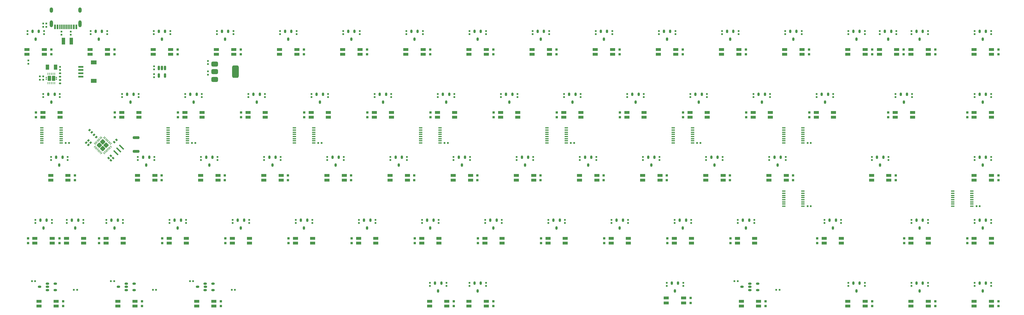
<source format=gbr>
%TF.GenerationSoftware,KiCad,Pcbnew,8.0.6*%
%TF.CreationDate,2024-11-15T04:32:27+07:00*%
%TF.ProjectId,Heart HE 65,48656172-7420-4484-9520-36352e6b6963,rev?*%
%TF.SameCoordinates,Original*%
%TF.FileFunction,Paste,Bot*%
%TF.FilePolarity,Positive*%
%FSLAX46Y46*%
G04 Gerber Fmt 4.6, Leading zero omitted, Abs format (unit mm)*
G04 Created by KiCad (PCBNEW 8.0.6) date 2024-11-15 04:32:27*
%MOMM*%
%LPD*%
G01*
G04 APERTURE LIST*
G04 Aperture macros list*
%AMRoundRect*
0 Rectangle with rounded corners*
0 $1 Rounding radius*
0 $2 $3 $4 $5 $6 $7 $8 $9 X,Y pos of 4 corners*
0 Add a 4 corners polygon primitive as box body*
4,1,4,$2,$3,$4,$5,$6,$7,$8,$9,$2,$3,0*
0 Add four circle primitives for the rounded corners*
1,1,$1+$1,$2,$3*
1,1,$1+$1,$4,$5*
1,1,$1+$1,$6,$7*
1,1,$1+$1,$8,$9*
0 Add four rect primitives between the rounded corners*
20,1,$1+$1,$2,$3,$4,$5,0*
20,1,$1+$1,$4,$5,$6,$7,0*
20,1,$1+$1,$6,$7,$8,$9,0*
20,1,$1+$1,$8,$9,$2,$3,0*%
%AMRotRect*
0 Rectangle, with rotation*
0 The origin of the aperture is its center*
0 $1 length*
0 $2 width*
0 $3 Rotation angle, in degrees counterclockwise*
0 Add horizontal line*
21,1,$1,$2,0,0,$3*%
G04 Aperture macros list end*
%ADD10R,0.750000X0.800000*%
%ADD11R,0.620000X0.560000*%
%ADD12RoundRect,0.082000X0.718000X-0.328000X0.718000X0.328000X-0.718000X0.328000X-0.718000X-0.328000X0*%
%ADD13RoundRect,0.082000X-0.718000X0.328000X-0.718000X-0.328000X0.718000X-0.328000X0.718000X0.328000X0*%
%ADD14RoundRect,0.200000X-0.800000X0.200000X-0.800000X-0.200000X0.800000X-0.200000X0.800000X0.200000X0*%
%ADD15RotRect,0.560000X0.620000X225.000000*%
%ADD16RoundRect,0.150000X-0.150000X0.350000X-0.150000X-0.350000X0.150000X-0.350000X0.150000X0.350000X0*%
%ADD17R,1.000000X0.400000*%
%ADD18RoundRect,0.375000X-0.625000X-0.375000X0.625000X-0.375000X0.625000X0.375000X-0.625000X0.375000X0*%
%ADD19RoundRect,0.500000X-0.500000X-1.400000X0.500000X-1.400000X0.500000X1.400000X-0.500000X1.400000X0*%
%ADD20R,0.560000X0.620000*%
%ADD21RotRect,0.400000X1.900000X225.000000*%
%ADD22RoundRect,0.150000X0.350000X0.150000X-0.350000X0.150000X-0.350000X-0.150000X0.350000X-0.150000X0*%
%ADD23RoundRect,0.050000X0.247487X0.176777X0.176777X0.247487X-0.247487X-0.176777X-0.176777X-0.247487X0*%
%ADD24RoundRect,0.050000X0.247487X-0.176777X-0.176777X0.247487X-0.247487X0.176777X0.176777X-0.247487X0*%
%ADD25RoundRect,0.250000X0.537401X0.000000X0.000000X0.537401X-0.537401X0.000000X0.000000X-0.537401X0*%
%ADD26RotRect,0.560000X0.620000X315.000000*%
%ADD27RoundRect,0.060000X-0.060000X0.240000X-0.060000X-0.240000X0.060000X-0.240000X0.060000X0.240000X0*%
%ADD28RoundRect,0.025000X-0.145000X0.100000X-0.145000X-0.100000X0.145000X-0.100000X0.145000X0.100000X0*%
%ADD29RoundRect,0.106000X-0.424000X0.644000X-0.424000X-0.644000X0.424000X-0.644000X0.424000X0.644000X0*%
%ADD30R,1.550000X0.600000*%
%ADD31R,1.800000X1.200000*%
%ADD32RotRect,0.560000X0.620000X135.000000*%
%ADD33R,1.000000X1.500000*%
%ADD34O,1.000000X2.100000*%
%ADD35O,1.000000X1.600000*%
%ADD36R,0.600000X1.450000*%
%ADD37R,0.300000X1.450000*%
%ADD38RoundRect,0.150000X-0.150000X0.512500X-0.150000X-0.512500X0.150000X-0.512500X0.150000X0.512500X0*%
%ADD39RoundRect,0.135000X-0.185000X0.135000X-0.185000X-0.135000X0.185000X-0.135000X0.185000X0.135000X0*%
%ADD40RoundRect,0.140000X0.170000X-0.140000X0.170000X0.140000X-0.170000X0.140000X-0.170000X-0.140000X0*%
%ADD41R,1.140000X2.030000*%
G04 APERTURE END LIST*
D10*
%TO.C,C242*%
X309449999Y-99530000D03*
X309449999Y-101030000D03*
%TD*%
%TO.C,C241*%
X290399999Y-99530000D03*
X290399999Y-101030000D03*
%TD*%
%TO.C,C240*%
X271349999Y-99530000D03*
X271349999Y-101030000D03*
%TD*%
%TO.C,C239*%
X239203124Y-99530000D03*
X239203124Y-101030000D03*
%TD*%
%TO.C,C238*%
X216581249Y-98530000D03*
X216581249Y-100030000D03*
%TD*%
%TO.C,C237*%
X157049999Y-99530000D03*
X157049999Y-101030000D03*
%TD*%
%TO.C,C236*%
X145143749Y-99530000D03*
X145143749Y-101030000D03*
%TD*%
%TO.C,C235*%
X74896874Y-99530000D03*
X74896874Y-101030000D03*
%TD*%
%TO.C,C234*%
X51084374Y-99530000D03*
X51084374Y-101030000D03*
%TD*%
%TO.C,C233*%
X27271874Y-99530000D03*
X27271874Y-101030000D03*
%TD*%
%TO.C,C231*%
X300050001Y-81979999D03*
X300050001Y-80479999D03*
%TD*%
%TO.C,C232*%
X281000001Y-81979999D03*
X281000001Y-80479999D03*
%TD*%
%TO.C,C230*%
X254806251Y-81979999D03*
X254806251Y-80479999D03*
%TD*%
%TO.C,C229*%
X309449999Y-61430000D03*
X309449999Y-62930000D03*
%TD*%
%TO.C,C228*%
X228612501Y-81979999D03*
X228612501Y-80479999D03*
%TD*%
%TO.C,C227*%
X278493749Y-61430000D03*
X278493749Y-62930000D03*
%TD*%
%TO.C,C226*%
X209562501Y-81979999D03*
X209562501Y-80479999D03*
%TD*%
%TO.C,C225*%
X247537499Y-61430000D03*
X247537499Y-62930000D03*
%TD*%
%TO.C,C224*%
X190512501Y-81979999D03*
X190512501Y-80479999D03*
%TD*%
%TO.C,C223*%
X228487499Y-61430000D03*
X228487499Y-62930000D03*
%TD*%
%TO.C,C222*%
X171462501Y-81979999D03*
X171462501Y-80479999D03*
%TD*%
%TO.C,C221*%
X209437499Y-61430000D03*
X209437499Y-62930000D03*
%TD*%
%TO.C,C220*%
X152412501Y-81979999D03*
X152412501Y-80479999D03*
%TD*%
%TO.C,C219*%
X190387499Y-61430000D03*
X190387499Y-62930000D03*
%TD*%
%TO.C,C218*%
X133362501Y-81979999D03*
X133362501Y-80479999D03*
%TD*%
%TO.C,C217*%
X171337499Y-61430000D03*
X171337499Y-62930000D03*
%TD*%
%TO.C,C216*%
X114312501Y-81979999D03*
X114312501Y-80479999D03*
%TD*%
%TO.C,C215*%
X152287499Y-61430000D03*
X152287499Y-62930000D03*
%TD*%
%TO.C,C214*%
X95262501Y-81979999D03*
X95262501Y-80479999D03*
%TD*%
%TO.C,C213*%
X133237499Y-61430000D03*
X133237499Y-62930000D03*
%TD*%
%TO.C,C212*%
X76212501Y-81979999D03*
X76212501Y-80479999D03*
%TD*%
%TO.C,C211*%
X114187499Y-61430000D03*
X114187499Y-62930000D03*
%TD*%
%TO.C,C210*%
X57162501Y-81979999D03*
X57162501Y-80479999D03*
%TD*%
%TO.C,C209*%
X95137499Y-61430000D03*
X95137499Y-62930000D03*
%TD*%
%TO.C,C208*%
X38112501Y-81979999D03*
X38112501Y-80479999D03*
%TD*%
%TO.C,C207*%
X76087499Y-61430000D03*
X76087499Y-62930000D03*
%TD*%
%TO.C,C206*%
X26206251Y-81979999D03*
X26206251Y-80479999D03*
%TD*%
%TO.C,C205*%
X57037499Y-61430000D03*
X57037499Y-62930000D03*
%TD*%
%TO.C,C204*%
X16681251Y-81979999D03*
X16681251Y-80479999D03*
%TD*%
%TO.C,C203*%
X30843749Y-61430000D03*
X30843749Y-62930000D03*
%TD*%
%TO.C,C202*%
X300050001Y-43879999D03*
X300050001Y-42379999D03*
%TD*%
%TO.C,C201*%
X276237501Y-43879999D03*
X276237501Y-42379999D03*
%TD*%
%TO.C,C200*%
X252425001Y-43879999D03*
X252425001Y-42379999D03*
%TD*%
%TO.C,C199*%
X233375001Y-43879999D03*
X233375001Y-42379999D03*
%TD*%
%TO.C,C198*%
X214325001Y-43879999D03*
X214325001Y-42379999D03*
%TD*%
%TO.C,C197*%
X195275001Y-43879999D03*
X195275001Y-42379999D03*
%TD*%
%TO.C,C196*%
X176225001Y-43879999D03*
X176225001Y-42379999D03*
%TD*%
%TO.C,C195*%
X157175001Y-43879999D03*
X157175001Y-42379999D03*
%TD*%
%TO.C,C194*%
X138125001Y-43879999D03*
X138125001Y-42379999D03*
%TD*%
%TO.C,C193*%
X119075001Y-43879999D03*
X119075001Y-42379999D03*
%TD*%
%TO.C,C192*%
X100025001Y-43879999D03*
X100025001Y-42379999D03*
%TD*%
%TO.C,C191*%
X80975001Y-43879999D03*
X80975001Y-42379999D03*
%TD*%
%TO.C,C190*%
X61925001Y-43879999D03*
X61925001Y-42379999D03*
%TD*%
%TO.C,C189*%
X42875001Y-43879999D03*
X42875001Y-42379999D03*
%TD*%
%TO.C,C188*%
X19062501Y-43879999D03*
X19062501Y-42379999D03*
%TD*%
%TO.C,C187*%
X309449999Y-23330000D03*
X309449999Y-24830000D03*
%TD*%
%TO.C,C186*%
X290399999Y-24830000D03*
X290399999Y-23330000D03*
%TD*%
%TO.C,C183*%
X280874999Y-23330000D03*
X280874999Y-24830000D03*
%TD*%
%TO.C,C182*%
X271349999Y-23330000D03*
X271349999Y-24830000D03*
%TD*%
%TO.C,C181*%
X252299999Y-23330000D03*
X252299999Y-24830000D03*
%TD*%
%TO.C,C180*%
X233249999Y-23330000D03*
X233249999Y-24830000D03*
%TD*%
%TO.C,C179*%
X214199999Y-23330000D03*
X214199999Y-24830000D03*
%TD*%
%TO.C,C167*%
X195149999Y-23330000D03*
X195149999Y-24830000D03*
%TD*%
%TO.C,C166*%
X176099999Y-23330000D03*
X176099999Y-24830000D03*
%TD*%
%TO.C,C162*%
X157049999Y-23330000D03*
X157049999Y-24830000D03*
%TD*%
%TO.C,C150*%
X137999999Y-23330000D03*
X137999999Y-24830000D03*
%TD*%
%TO.C,C110*%
X118949999Y-23330000D03*
X118949999Y-24830000D03*
%TD*%
%TO.C,C103*%
X99899999Y-23330000D03*
X99899999Y-24830000D03*
%TD*%
D11*
%TO.C,R4*%
X16762500Y-26690000D03*
X16762500Y-27650000D03*
%TD*%
D10*
%TO.C,C104*%
X23699999Y-24830000D03*
X23699999Y-23330000D03*
%TD*%
%TO.C,C98*%
X80849999Y-23330000D03*
X80849999Y-24830000D03*
%TD*%
%TO.C,C62*%
X61799999Y-23330000D03*
X61799999Y-24830000D03*
%TD*%
%TO.C,C50*%
X42749999Y-24830000D03*
X42749999Y-23330000D03*
%TD*%
D12*
%TO.C,RGB1_A45*%
X283100000Y-99530000D03*
X283100000Y-101030000D03*
X288300000Y-99530000D03*
X288300000Y-101030000D03*
%TD*%
%TO.C,RGB1_A44*%
X264050000Y-99530000D03*
X264050000Y-101030000D03*
X269250000Y-99530000D03*
X269250000Y-101030000D03*
%TD*%
%TO.C,RGB1_A43*%
X302150000Y-99530000D03*
X302150000Y-101030000D03*
X307350000Y-99530000D03*
X307350000Y-101030000D03*
%TD*%
%TO.C,RGB1_A42*%
X231903125Y-99530000D03*
X231903125Y-101030000D03*
X237103125Y-99530000D03*
X237103125Y-101030000D03*
%TD*%
%TO.C,RGB1_A40*%
X214481251Y-100029999D03*
X214481249Y-98529999D03*
X209281250Y-100030000D03*
X209281250Y-98530000D03*
%TD*%
%TO.C,RGB1_A38*%
X149750000Y-99530000D03*
X149750000Y-101030000D03*
X154950000Y-99530000D03*
X154950000Y-101030000D03*
%TD*%
%TO.C,RGB1_A36*%
X137843750Y-99530000D03*
X137843750Y-101030000D03*
X143043750Y-99530000D03*
X143043750Y-101030000D03*
%TD*%
%TO.C,RGB1_A34*%
X67596875Y-99530000D03*
X67596875Y-101030000D03*
X72796875Y-99530000D03*
X72796875Y-101030000D03*
%TD*%
%TO.C,RGB1_A21*%
X43784375Y-99530000D03*
X43784375Y-101030000D03*
X48984375Y-99530000D03*
X48984375Y-101030000D03*
%TD*%
%TO.C,RGB1_A19*%
X25171875Y-101030000D03*
X25171875Y-99530000D03*
X19971875Y-101030000D03*
X19971875Y-99530000D03*
%TD*%
D13*
%TO.C,RGB1_B31*%
X307350000Y-81979999D03*
X307350000Y-80479999D03*
X302150000Y-81979999D03*
X302150000Y-80479999D03*
%TD*%
%TO.C,RGB1_B30*%
X140662500Y-81979999D03*
X140662500Y-80479999D03*
X135462500Y-81979999D03*
X135462500Y-80479999D03*
%TD*%
%TO.C,RGB1_B29*%
X159712500Y-81979999D03*
X159712500Y-80479999D03*
X154512500Y-81979999D03*
X154512500Y-80479999D03*
%TD*%
%TO.C,RGB1_B28*%
X121612500Y-81979999D03*
X121612500Y-80479999D03*
X116412500Y-81979999D03*
X116412500Y-80479999D03*
%TD*%
%TO.C,RGB1_B27*%
X178762500Y-81979999D03*
X178762500Y-80479999D03*
X173562500Y-81979999D03*
X173562500Y-80479999D03*
%TD*%
%TO.C,RGB1_B26*%
X102562500Y-81979999D03*
X102562500Y-80479999D03*
X97362500Y-81979999D03*
X97362500Y-80479999D03*
%TD*%
%TO.C,RGB1_B25*%
X197812500Y-81979999D03*
X197812500Y-80479999D03*
X192612500Y-81979999D03*
X192612500Y-80479999D03*
%TD*%
%TO.C,RGB1_B24*%
X83512500Y-81979999D03*
X83512500Y-80479999D03*
X78312500Y-81979999D03*
X78312500Y-80479999D03*
%TD*%
%TO.C,RGB1_B23*%
X216862500Y-81979999D03*
X216862500Y-80479999D03*
X211662500Y-81979999D03*
X211662500Y-80479999D03*
%TD*%
%TO.C,RGB1_B22*%
X64462500Y-81979999D03*
X64462500Y-80479999D03*
X59262500Y-81979999D03*
X59262500Y-80479999D03*
%TD*%
%TO.C,RGB1_B21*%
X235912500Y-81979999D03*
X235912500Y-80479999D03*
X230712500Y-81979999D03*
X230712500Y-80479999D03*
%TD*%
%TO.C,RGB1_B20*%
X45412500Y-81979999D03*
X45412500Y-80479999D03*
X40212500Y-81979999D03*
X40212500Y-80479999D03*
%TD*%
%TO.C,RGB1_B19*%
X262106250Y-81979999D03*
X262106250Y-80479999D03*
X256906250Y-81979999D03*
X256906250Y-80479999D03*
%TD*%
%TO.C,RGB1_B18*%
X33506250Y-81979999D03*
X33506250Y-80479999D03*
X28306250Y-81979999D03*
X28306250Y-80479999D03*
%TD*%
%TO.C,RGB1_B17*%
X288300000Y-81979999D03*
X288300000Y-80479999D03*
X283100000Y-81979999D03*
X283100000Y-80479999D03*
%TD*%
%TO.C,RGB1_B16*%
X23981250Y-81979999D03*
X23981250Y-80479999D03*
X18781250Y-81979999D03*
X18781250Y-80479999D03*
%TD*%
D12*
%TO.C,RGB1_A33*%
X183087500Y-61430000D03*
X183087500Y-62930000D03*
X188287500Y-61430000D03*
X188287500Y-62930000D03*
%TD*%
%TO.C,RGB1_A32*%
X164037500Y-61430000D03*
X164037500Y-62930000D03*
X169237500Y-61430000D03*
X169237500Y-62930000D03*
%TD*%
%TO.C,RGB1_A31*%
X202137500Y-61430000D03*
X202137500Y-62930000D03*
X207337500Y-61430000D03*
X207337500Y-62930000D03*
%TD*%
%TO.C,RGB1_A30*%
X144987500Y-61430000D03*
X144987500Y-62930000D03*
X150187500Y-61430000D03*
X150187500Y-62930000D03*
%TD*%
%TO.C,RGB1_A29*%
X221187500Y-61430000D03*
X221187500Y-62930000D03*
X226387500Y-61430000D03*
X226387500Y-62930000D03*
%TD*%
%TO.C,RGB1_A28*%
X125937500Y-61430000D03*
X125937500Y-62930000D03*
X131137500Y-61430000D03*
X131137500Y-62930000D03*
%TD*%
%TO.C,RGB1_A27*%
X240237500Y-61430000D03*
X240237500Y-62930000D03*
X245437500Y-61430000D03*
X245437500Y-62930000D03*
%TD*%
%TO.C,RGB1_A26*%
X106887500Y-61430000D03*
X106887500Y-62930000D03*
X112087500Y-61430000D03*
X112087500Y-62930000D03*
%TD*%
%TO.C,RGB1_A25*%
X271193750Y-61430000D03*
X271193750Y-62930000D03*
X276393750Y-61430000D03*
X276393750Y-62930000D03*
%TD*%
%TO.C,RGB1_A24*%
X87837500Y-61430000D03*
X87837500Y-62930000D03*
X93037500Y-61430000D03*
X93037500Y-62930000D03*
%TD*%
%TO.C,RGB1_A23*%
X302150000Y-61430000D03*
X302150000Y-62930000D03*
X307350000Y-61430000D03*
X307350000Y-62930000D03*
%TD*%
%TO.C,RGB1_A22*%
X68787500Y-61430000D03*
X68787500Y-62930000D03*
X73987500Y-61430000D03*
X73987500Y-62930000D03*
%TD*%
%TO.C,RGB1_A20*%
X49737500Y-61430000D03*
X49737500Y-62930000D03*
X54937500Y-61430000D03*
X54937500Y-62930000D03*
%TD*%
%TO.C,RGB1_A18*%
X23543750Y-61430000D03*
X23543750Y-62930000D03*
X28743750Y-61430000D03*
X28743750Y-62930000D03*
%TD*%
%TO.C,RGB1_A16*%
X16400000Y-23330000D03*
X16400000Y-24830000D03*
X21600000Y-23330000D03*
X21600000Y-24830000D03*
%TD*%
%TO.C,RGB1_A15*%
X283100000Y-23330000D03*
X283100000Y-24830000D03*
X288300000Y-23330000D03*
X288300000Y-24830000D03*
%TD*%
%TO.C,RGB1_A14*%
X273575000Y-23330000D03*
X273575000Y-24830000D03*
X278775000Y-23330000D03*
X278775000Y-24830000D03*
%TD*%
%TO.C,RGB1_A13*%
X264050000Y-23330000D03*
X264050000Y-24830000D03*
X269250000Y-23330000D03*
X269250000Y-24830000D03*
%TD*%
%TO.C,RGB1_A12*%
X245000000Y-23330000D03*
X245000000Y-24830000D03*
X250200000Y-23330000D03*
X250200000Y-24830000D03*
%TD*%
%TO.C,RGB1_A11*%
X225950000Y-23330000D03*
X225950000Y-24830000D03*
X231150000Y-23330000D03*
X231150000Y-24830000D03*
%TD*%
%TO.C,RGB1_A10*%
X206900000Y-23330000D03*
X206900000Y-24830000D03*
X212100000Y-23330000D03*
X212100000Y-24830000D03*
%TD*%
%TO.C,RGB1_A9*%
X187850000Y-23330000D03*
X187850000Y-24830000D03*
X193050000Y-23330000D03*
X193050000Y-24830000D03*
%TD*%
%TO.C,RGB1_A8*%
X168800000Y-23330000D03*
X168800000Y-24830000D03*
X174000000Y-23330000D03*
X174000000Y-24830000D03*
%TD*%
%TO.C,RGB1_A7*%
X149750000Y-23330000D03*
X149750000Y-24830000D03*
X154950000Y-23330000D03*
X154950000Y-24830000D03*
%TD*%
%TO.C,RGB1_A6*%
X130700000Y-23330000D03*
X130700000Y-24830000D03*
X135900000Y-23330000D03*
X135900000Y-24830000D03*
%TD*%
%TO.C,RGB1_A5*%
X111650000Y-23330000D03*
X111650000Y-24830000D03*
X116850000Y-23330000D03*
X116850000Y-24830000D03*
%TD*%
%TO.C,RGB1_A4*%
X92600000Y-23330000D03*
X92600000Y-24830000D03*
X97800000Y-23330000D03*
X97800000Y-24830000D03*
%TD*%
%TO.C,RGB1_A3*%
X73550000Y-23330000D03*
X73550000Y-24830000D03*
X78750000Y-23330000D03*
X78750000Y-24830000D03*
%TD*%
%TO.C,RGB1_A2*%
X54500000Y-23330000D03*
X54500000Y-24830000D03*
X59700000Y-23330000D03*
X59700000Y-24830000D03*
%TD*%
%TO.C,RGB1_A1*%
X35450000Y-23330000D03*
X35450000Y-24830000D03*
X40650000Y-23330000D03*
X40650000Y-24830000D03*
%TD*%
D13*
%TO.C,RGB1_B15*%
X21162500Y-42379999D03*
X21162500Y-43879999D03*
X26362500Y-42379999D03*
X26362500Y-43879999D03*
%TD*%
%TO.C,RGB1_B14*%
X44975000Y-42379999D03*
X44975000Y-43879999D03*
X50175000Y-42379999D03*
X50175000Y-43879999D03*
%TD*%
%TO.C,RGB1_B13*%
X64025000Y-42379999D03*
X64025000Y-43879999D03*
X69225000Y-42379999D03*
X69225000Y-43879999D03*
%TD*%
%TO.C,RGB1_B12*%
X83075000Y-42379999D03*
X83075000Y-43879999D03*
X88275000Y-42379999D03*
X88275000Y-43879999D03*
%TD*%
%TO.C,RGB1_B11*%
X102125000Y-42379999D03*
X102125000Y-43879999D03*
X107325000Y-42379999D03*
X107325000Y-43879999D03*
%TD*%
%TO.C,RGB1_B10*%
X121175000Y-42379999D03*
X121175000Y-43879999D03*
X126375000Y-42379999D03*
X126375000Y-43879999D03*
%TD*%
%TO.C,RGB1_B9*%
X140225000Y-42379999D03*
X140225000Y-43879999D03*
X145425000Y-42379999D03*
X145425000Y-43879999D03*
%TD*%
%TO.C,RGB1_B8*%
X159275000Y-42379999D03*
X159275000Y-43879999D03*
X164475000Y-42379999D03*
X164475000Y-43879999D03*
%TD*%
%TO.C,RGB1_B7*%
X178325000Y-42379999D03*
X178325000Y-43879999D03*
X183525000Y-42379999D03*
X183525000Y-43879999D03*
%TD*%
%TO.C,RGB1_B6*%
X197375000Y-42379999D03*
X197375000Y-43879999D03*
X202575000Y-42379999D03*
X202575000Y-43879999D03*
%TD*%
%TO.C,RGB1_B5*%
X216425000Y-42379999D03*
X216425000Y-43879999D03*
X221625000Y-42379999D03*
X221625000Y-43879999D03*
%TD*%
%TO.C,RGB1_B4*%
X235475000Y-42379999D03*
X235475000Y-43879999D03*
X240675000Y-42379999D03*
X240675000Y-43879999D03*
%TD*%
%TO.C,RGB1_B3*%
X254525000Y-42379999D03*
X254525000Y-43879999D03*
X259725000Y-42379999D03*
X259725000Y-43879999D03*
%TD*%
%TO.C,RGB1_B2*%
X278337500Y-42379999D03*
X278337500Y-43879999D03*
X283537500Y-42379999D03*
X283537500Y-43879999D03*
%TD*%
%TO.C,RGB1_B1*%
X302150000Y-42379999D03*
X302150000Y-43879999D03*
X307350000Y-42379999D03*
X307350000Y-43879999D03*
%TD*%
D11*
%TO.C,C33*%
X54600000Y-17770000D03*
X54600000Y-18730000D03*
%TD*%
%TO.C,C73*%
X178662500Y-74920000D03*
X178662500Y-75880000D03*
%TD*%
%TO.C,C160*%
X283200000Y-93970000D03*
X283200000Y-94930000D03*
%TD*%
D14*
%TO.C,SW1*%
X49300000Y-54200000D03*
X49300000Y-50000000D03*
%TD*%
D11*
%TO.C,C60*%
X169137500Y-55870000D03*
X169137500Y-56830000D03*
%TD*%
D15*
%TO.C,C13*%
X41022535Y-56212445D03*
X41701357Y-55533623D03*
%TD*%
D16*
%TO.C,U25*%
X62812500Y-74995000D03*
X61862500Y-77345000D03*
X60912500Y-74995000D03*
%TD*%
D11*
%TO.C,C22*%
X40550000Y-17770000D03*
X40550000Y-18730000D03*
%TD*%
D16*
%TO.C,U23*%
X67575000Y-36895000D03*
X66625000Y-39245000D03*
X65675000Y-36895000D03*
%TD*%
D17*
%TO.C,U56*%
X217162500Y-51635938D03*
X217162500Y-50985938D03*
X217162500Y-50335938D03*
X217162500Y-49685938D03*
X217162500Y-49035938D03*
X217162500Y-48385938D03*
X217162500Y-47735938D03*
X217162500Y-47085938D03*
X211362500Y-47085938D03*
X211362500Y-47735938D03*
X211362500Y-48385938D03*
X211362500Y-49035938D03*
X211362500Y-49685938D03*
X211362500Y-50335938D03*
X211362500Y-50985938D03*
X211362500Y-51635938D03*
%TD*%
D11*
%TO.C,C125*%
X145087500Y-55870000D03*
X145087500Y-56830000D03*
%TD*%
%TO.C,C23*%
X50075000Y-36820000D03*
X50075000Y-37780000D03*
%TD*%
D18*
%TO.C,U63*%
X73000000Y-27784344D03*
D19*
X79300000Y-30084344D03*
D18*
X73000000Y-30084344D03*
X73000000Y-32384344D03*
%TD*%
D11*
%TO.C,C18*%
X28643750Y-55870000D03*
X28643750Y-56830000D03*
%TD*%
%TO.C,C123*%
X183187500Y-55870000D03*
X183187500Y-56830000D03*
%TD*%
%TO.C,C17*%
X26262500Y-36820000D03*
X26262500Y-37780000D03*
%TD*%
D16*
%TO.C,U30*%
X91387500Y-55945000D03*
X90437500Y-58295000D03*
X89487500Y-55945000D03*
%TD*%
D11*
%TO.C,C105*%
X197475000Y-36820000D03*
X197475000Y-37780000D03*
%TD*%
%TO.C,C99*%
X140325000Y-36820000D03*
X140325000Y-37780000D03*
%TD*%
%TO.C,R3*%
X29550000Y-17924656D03*
X29550000Y-18884656D03*
%TD*%
%TO.C,C122*%
X68887500Y-55870000D03*
X68887500Y-56830000D03*
%TD*%
%TO.C,C71*%
X202475000Y-36820000D03*
X202475000Y-37780000D03*
%TD*%
D20*
%TO.C,C3*%
X302878750Y-70785938D03*
X303838750Y-70785938D03*
%TD*%
D21*
%TO.C,Y1*%
X43200423Y-54600242D03*
X44048951Y-53751714D03*
X44897479Y-52903186D03*
%TD*%
D16*
%TO.C,U66*%
X205687500Y-55945000D03*
X204737500Y-58295000D03*
X203787500Y-55945000D03*
%TD*%
D11*
%TO.C,C44*%
X111750000Y-17770000D03*
X111750000Y-18730000D03*
%TD*%
%TO.C,C19*%
X23881250Y-74920000D03*
X23881250Y-75880000D03*
%TD*%
D20*
%TO.C,C5*%
X142382500Y-51635938D03*
X143342500Y-51635938D03*
%TD*%
D16*
%TO.C,U75*%
X22331250Y-74995000D03*
X21381250Y-77345000D03*
X20431250Y-74995000D03*
%TD*%
D11*
%TO.C,C24*%
X54837500Y-55870000D03*
X54837500Y-56830000D03*
%TD*%
D16*
%TO.C,U72*%
X224737500Y-55945000D03*
X223787500Y-58295000D03*
X222837500Y-55945000D03*
%TD*%
D11*
%TO.C,C117*%
X21262500Y-36820000D03*
X21262500Y-37780000D03*
%TD*%
%TO.C,C30*%
X73887500Y-55870000D03*
X73887500Y-56830000D03*
%TD*%
D16*
%TO.C,U79*%
X234262500Y-74995000D03*
X233312500Y-77345000D03*
X232362500Y-74995000D03*
%TD*%
D11*
%TO.C,C128*%
X87937500Y-55870000D03*
X87937500Y-56830000D03*
%TD*%
%TO.C,C56*%
X273675000Y-17770000D03*
X273675000Y-18730000D03*
%TD*%
D17*
%TO.C,U45*%
X140962500Y-51635938D03*
X140962500Y-50985938D03*
X140962500Y-50335938D03*
X140962500Y-49685938D03*
X140962500Y-49035938D03*
X140962500Y-48385938D03*
X140962500Y-47735938D03*
X140962500Y-47085938D03*
X135162500Y-47085938D03*
X135162500Y-47735938D03*
X135162500Y-48385938D03*
X135162500Y-49035938D03*
X135162500Y-49685938D03*
X135162500Y-50335938D03*
X135162500Y-50985938D03*
X135162500Y-51635938D03*
%TD*%
D11*
%TO.C,C35*%
X88175000Y-36820000D03*
X88175000Y-37780000D03*
%TD*%
%TO.C,C36*%
X92937500Y-55870000D03*
X92937500Y-56830000D03*
%TD*%
D16*
%TO.C,U55*%
X158062500Y-74995000D03*
X157112500Y-77345000D03*
X156162500Y-74995000D03*
%TD*%
D11*
%TO.C,C58*%
X154850000Y-17770000D03*
X154850000Y-18730000D03*
%TD*%
D16*
%TO.C,U82*%
X248550000Y-17845000D03*
X247600000Y-20195000D03*
X246650000Y-17845000D03*
%TD*%
D11*
%TO.C,C173*%
X288200000Y-93970000D03*
X288200000Y-94930000D03*
%TD*%
D16*
%TO.C,U77*%
X239025000Y-36895000D03*
X238075000Y-39245000D03*
X237125000Y-36895000D03*
%TD*%
D11*
%TO.C,C75*%
X264150000Y-17770000D03*
X264150000Y-18730000D03*
%TD*%
D20*
%TO.C,C171*%
X78157500Y-96050000D03*
X79117500Y-96050000D03*
%TD*%
D11*
%TO.C,C129*%
X106987500Y-55870000D03*
X106987500Y-56830000D03*
%TD*%
D20*
%TO.C,C176*%
X242463750Y-96050000D03*
X243423750Y-96050000D03*
%TD*%
D11*
%TO.C,C127*%
X49837500Y-55870000D03*
X49837500Y-56830000D03*
%TD*%
D16*
%TO.C,U58*%
X172350000Y-17845000D03*
X171400000Y-20195000D03*
X170450000Y-17845000D03*
%TD*%
%TO.C,U31*%
X81862500Y-74995000D03*
X80912500Y-77345000D03*
X79962500Y-74995000D03*
%TD*%
%TO.C,U89*%
X281887500Y-36895000D03*
X280937500Y-39245000D03*
X279987500Y-36895000D03*
%TD*%
%TO.C,U92*%
X267600000Y-94045000D03*
X266650000Y-96395000D03*
X265700000Y-94045000D03*
%TD*%
%TO.C,U37*%
X100912500Y-74995000D03*
X99962500Y-77345000D03*
X99012500Y-74995000D03*
%TD*%
%TO.C,U18*%
X53287500Y-55945000D03*
X52337500Y-58295000D03*
X51387500Y-55945000D03*
%TD*%
D11*
%TO.C,C66*%
X188187500Y-55870000D03*
X188187500Y-56830000D03*
%TD*%
%TO.C,C141*%
X78412500Y-74920000D03*
X78412500Y-75880000D03*
%TD*%
D16*
%TO.C,U65*%
X200925000Y-36895000D03*
X199975000Y-39245000D03*
X199025000Y-36895000D03*
%TD*%
D11*
%TO.C,C72*%
X207237500Y-55870000D03*
X207237500Y-56830000D03*
%TD*%
%TO.C,C41*%
X107225000Y-36820000D03*
X107225000Y-37780000D03*
%TD*%
%TO.C,C95*%
X283437500Y-36820000D03*
X283437500Y-37780000D03*
%TD*%
D16*
%TO.C,U10*%
X19950000Y-17845000D03*
X19000000Y-20195000D03*
X18050000Y-17845000D03*
%TD*%
D11*
%TO.C,C34*%
X78650000Y-17770000D03*
X78650000Y-18730000D03*
%TD*%
D20*
%TO.C,C155*%
X104282500Y-51635938D03*
X105242500Y-51635938D03*
%TD*%
%TO.C,C151*%
X251920000Y-51635938D03*
X252880000Y-51635938D03*
%TD*%
D22*
%TO.C,U26*%
X70161250Y-96150000D03*
X67811250Y-95200000D03*
X70161250Y-94250000D03*
%TD*%
D16*
%TO.C,U12*%
X27093750Y-55945000D03*
X26143750Y-58295000D03*
X25193750Y-55945000D03*
%TD*%
D11*
%TO.C,C28*%
X59600000Y-17770000D03*
X59600000Y-18730000D03*
%TD*%
D16*
%TO.C,U83*%
X258075000Y-36895000D03*
X257125000Y-39245000D03*
X256175000Y-36895000D03*
%TD*%
D11*
%TO.C,C140*%
X154612500Y-74920000D03*
X154612500Y-75880000D03*
%TD*%
D16*
%TO.C,U101*%
X305700000Y-36895000D03*
X304750000Y-39245000D03*
X303800000Y-36895000D03*
%TD*%
%TO.C,U33*%
X31856250Y-74995000D03*
X30906250Y-77345000D03*
X29956250Y-74995000D03*
%TD*%
D11*
%TO.C,C96*%
X121275000Y-36820000D03*
X121275000Y-37780000D03*
%TD*%
D23*
%TO.C,U27*%
X41644788Y-51913236D03*
X41361945Y-51630393D03*
X41079103Y-51347551D03*
X40796260Y-51064708D03*
X40513417Y-50781865D03*
X40230574Y-50499022D03*
X39947732Y-50216180D03*
X39664889Y-49933337D03*
D24*
X38816361Y-49933337D03*
X38533518Y-50216180D03*
X38250676Y-50499022D03*
X37967833Y-50781865D03*
X37684990Y-51064708D03*
X37402147Y-51347551D03*
X37119305Y-51630393D03*
X36836462Y-51913236D03*
D23*
X36836462Y-52761764D03*
X37119305Y-53044607D03*
X37402147Y-53327449D03*
X37684990Y-53610292D03*
X37967833Y-53893135D03*
X38250676Y-54175978D03*
X38533518Y-54458820D03*
X38816361Y-54741663D03*
D24*
X39664889Y-54741663D03*
X39947732Y-54458820D03*
X40230574Y-54175978D03*
X40513417Y-53893135D03*
X40796260Y-53610292D03*
X41079103Y-53327449D03*
X41361945Y-53044607D03*
X41644788Y-52761764D03*
D25*
X39240625Y-51312195D03*
X38215320Y-52337500D03*
X40265930Y-52337500D03*
X39240625Y-53362805D03*
%TD*%
D11*
%TO.C,C43*%
X83412500Y-74920000D03*
X83412500Y-75880000D03*
%TD*%
D20*
%TO.C,C2*%
X28082500Y-51635938D03*
X29042500Y-51635938D03*
%TD*%
D11*
%TO.C,C184*%
X307250000Y-36820000D03*
X307250000Y-37780000D03*
%TD*%
%TO.C,C93*%
X45075000Y-36820000D03*
X45075000Y-37780000D03*
%TD*%
%TO.C,C130*%
X23643750Y-55870000D03*
X23643750Y-56830000D03*
%TD*%
D20*
%TO.C,C14*%
X21242500Y-32496875D03*
X20282500Y-32496875D03*
%TD*%
D11*
%TO.C,C89*%
X259625000Y-36820000D03*
X259625000Y-37780000D03*
%TD*%
D16*
%TO.C,U104*%
X305700000Y-94045000D03*
X304750000Y-96395000D03*
X303800000Y-94045000D03*
%TD*%
D11*
%TO.C,C177*%
X154850000Y-93970000D03*
X154850000Y-94930000D03*
%TD*%
%TO.C,C63*%
X168900000Y-17770000D03*
X168900000Y-18730000D03*
%TD*%
%TO.C,C88*%
X250100000Y-17770000D03*
X250100000Y-18730000D03*
%TD*%
D17*
%TO.C,U51*%
X179062500Y-51635938D03*
X179062500Y-50985938D03*
X179062500Y-50335938D03*
X179062500Y-49685938D03*
X179062500Y-49035938D03*
X179062500Y-48385938D03*
X179062500Y-47735938D03*
X179062500Y-47085938D03*
X173262500Y-47085938D03*
X173262500Y-47735938D03*
X173262500Y-48385938D03*
X173262500Y-49035938D03*
X173262500Y-49685938D03*
X173262500Y-50335938D03*
X173262500Y-50985938D03*
X173262500Y-51635938D03*
%TD*%
D16*
%TO.C,U17*%
X48525000Y-36895000D03*
X47575000Y-39245000D03*
X46625000Y-36895000D03*
%TD*%
D20*
%TO.C,C4*%
X251920000Y-70785938D03*
X252880000Y-70785938D03*
%TD*%
D11*
%TO.C,C37*%
X64362500Y-74920000D03*
X64362500Y-75880000D03*
%TD*%
D16*
%TO.C,U102*%
X305700000Y-55945000D03*
X304750000Y-58295000D03*
X303800000Y-55945000D03*
%TD*%
D11*
%TO.C,C137*%
X211762500Y-74920000D03*
X211762500Y-75880000D03*
%TD*%
%TO.C,C168*%
X33406250Y-74920000D03*
X33406250Y-75880000D03*
%TD*%
D16*
%TO.C,U3*%
X277125000Y-17845000D03*
X276175000Y-20195000D03*
X275225000Y-17845000D03*
%TD*%
D11*
%TO.C,C113*%
X271293750Y-55870000D03*
X271293750Y-56830000D03*
%TD*%
D26*
%TO.C,C10*%
X37317295Y-49848484D03*
X36638473Y-49169662D03*
%TD*%
D17*
%TO.C,U62*%
X250500000Y-51635938D03*
X250500000Y-50985938D03*
X250500000Y-50335938D03*
X250500000Y-49685938D03*
X250500000Y-49035938D03*
X250500000Y-48385938D03*
X250500000Y-47735938D03*
X250500000Y-47085938D03*
X244700000Y-47085938D03*
X244700000Y-47735938D03*
X244700000Y-48385938D03*
X244700000Y-49035938D03*
X244700000Y-49685938D03*
X244700000Y-50335938D03*
X244700000Y-50985938D03*
X244700000Y-51635938D03*
%TD*%
D11*
%TO.C,C52*%
X135800000Y-17770000D03*
X135800000Y-18730000D03*
%TD*%
%TO.C,C51*%
X16500000Y-17770000D03*
X16500000Y-18730000D03*
%TD*%
%TO.C,C85*%
X216762500Y-74920000D03*
X216762500Y-75880000D03*
%TD*%
%TO.C,C31*%
X45312500Y-74920000D03*
X45312500Y-75880000D03*
%TD*%
%TO.C,C124*%
X164137500Y-55870000D03*
X164137500Y-56830000D03*
%TD*%
%TO.C,C118*%
X302250000Y-55870000D03*
X302250000Y-56830000D03*
%TD*%
D16*
%TO.C,U34*%
X96150000Y-17845000D03*
X95200000Y-20195000D03*
X94250000Y-17845000D03*
%TD*%
%TO.C,U35*%
X105675000Y-36895000D03*
X104725000Y-39245000D03*
X103775000Y-36895000D03*
%TD*%
D11*
%TO.C,C53*%
X145325000Y-36820000D03*
X145325000Y-37780000D03*
%TD*%
%TO.C,C80*%
X245100000Y-17770000D03*
X245100000Y-18730000D03*
%TD*%
%TO.C,C107*%
X262006250Y-74920000D03*
X262006250Y-75880000D03*
%TD*%
%TO.C,C139*%
X173662500Y-74920000D03*
X173662500Y-75880000D03*
%TD*%
D20*
%TO.C,C6*%
X66182500Y-51635938D03*
X67142500Y-51635938D03*
%TD*%
D11*
%TO.C,C7*%
X26362500Y-29576875D03*
X26362500Y-28616875D03*
%TD*%
%TO.C,C143*%
X116512500Y-74920000D03*
X116512500Y-75880000D03*
%TD*%
%TO.C,C111*%
X216525000Y-36820000D03*
X216525000Y-37780000D03*
%TD*%
D22*
%TO.C,U6*%
X72542500Y-96150000D03*
X70192500Y-95200000D03*
X72542500Y-94250000D03*
%TD*%
D11*
%TO.C,C76*%
X212000000Y-17770000D03*
X212000000Y-18730000D03*
%TD*%
D27*
%TO.C,U85*%
X22762500Y-33496875D03*
X23262500Y-33496875D03*
X23762500Y-33496875D03*
X24262500Y-33496875D03*
X24762500Y-33496875D03*
X24762500Y-30696875D03*
X24262500Y-30696875D03*
X23762500Y-30696875D03*
X23262500Y-30696875D03*
X22762500Y-30696875D03*
D28*
X22232500Y-32346875D03*
X25292500Y-32346875D03*
D29*
X23132500Y-32096875D03*
X24392500Y-32096875D03*
D28*
X22232500Y-31846875D03*
X25292500Y-31846875D03*
%TD*%
D20*
%TO.C,C169*%
X30532500Y-96050000D03*
X31492500Y-96050000D03*
%TD*%
D11*
%TO.C,C45*%
X130800000Y-17770000D03*
X130800000Y-18730000D03*
%TD*%
%TO.C,C67*%
X159612500Y-74920000D03*
X159612500Y-75880000D03*
%TD*%
%TO.C,C109*%
X307250000Y-74920000D03*
X307250000Y-75880000D03*
%TD*%
%TO.C,C133*%
X59362500Y-74920000D03*
X59362500Y-75880000D03*
%TD*%
D17*
%TO.C,U74*%
X301458750Y-70785938D03*
X301458750Y-70135938D03*
X301458750Y-69485938D03*
X301458750Y-68835938D03*
X301458750Y-68185938D03*
X301458750Y-67535938D03*
X301458750Y-66885938D03*
X301458750Y-66235938D03*
X295658750Y-66235938D03*
X295658750Y-66885938D03*
X295658750Y-67535938D03*
X295658750Y-68185938D03*
X295658750Y-68835938D03*
X295658750Y-69485938D03*
X295658750Y-70135938D03*
X295658750Y-70785938D03*
%TD*%
D11*
%TO.C,C29*%
X69125000Y-36820000D03*
X69125000Y-37780000D03*
%TD*%
D16*
%TO.C,U36*%
X110437500Y-55945000D03*
X109487500Y-58295000D03*
X108537500Y-55945000D03*
%TD*%
%TO.C,U70*%
X210450000Y-17845000D03*
X209500000Y-20195000D03*
X208550000Y-17845000D03*
%TD*%
D22*
%TO.C,U8*%
X234467500Y-96150000D03*
X232117500Y-95200000D03*
X234467500Y-94250000D03*
%TD*%
D11*
%TO.C,C86*%
X302250000Y-17770000D03*
X302250000Y-18730000D03*
%TD*%
D16*
%TO.C,U43*%
X119962500Y-74995000D03*
X119012500Y-77345000D03*
X118062500Y-74995000D03*
%TD*%
%TO.C,U15*%
X212831250Y-94045000D03*
X211881250Y-96395000D03*
X210931250Y-94045000D03*
%TD*%
D11*
%TO.C,R2*%
X26799999Y-17924656D03*
X26799999Y-18884656D03*
%TD*%
%TO.C,C79*%
X197712500Y-74920000D03*
X197712500Y-75880000D03*
%TD*%
D16*
%TO.C,U103*%
X305700000Y-74995000D03*
X304750000Y-77345000D03*
X303800000Y-74995000D03*
%TD*%
%TO.C,U52*%
X153300000Y-17845000D03*
X152350000Y-20195000D03*
X151400000Y-17845000D03*
%TD*%
%TO.C,U97*%
X286650000Y-74995000D03*
X285700000Y-77345000D03*
X284750000Y-74995000D03*
%TD*%
%TO.C,U22*%
X58050000Y-17845000D03*
X57100000Y-20195000D03*
X56150000Y-17845000D03*
%TD*%
D11*
%TO.C,C97*%
X235812500Y-74920000D03*
X235812500Y-75880000D03*
%TD*%
D22*
%TO.C,U5*%
X48730000Y-96150000D03*
X46380000Y-95200000D03*
X48730000Y-94250000D03*
%TD*%
D16*
%TO.C,U67*%
X196162500Y-74995000D03*
X195212500Y-77345000D03*
X194262500Y-74995000D03*
%TD*%
D11*
%TO.C,C126*%
X126037500Y-55870000D03*
X126037500Y-56830000D03*
%TD*%
D16*
%TO.C,U54*%
X167587500Y-55945000D03*
X166637500Y-58295000D03*
X165687500Y-55945000D03*
%TD*%
%TO.C,U53*%
X162825000Y-36895000D03*
X161875000Y-39245000D03*
X160925000Y-36895000D03*
%TD*%
D11*
%TO.C,C64*%
X173900000Y-17770000D03*
X173900000Y-18730000D03*
%TD*%
D16*
%TO.C,U29*%
X86625000Y-36895000D03*
X85675000Y-39245000D03*
X84725000Y-36895000D03*
%TD*%
D11*
%TO.C,C49*%
X102462500Y-74920000D03*
X102462500Y-75880000D03*
%TD*%
%TO.C,C82*%
X231050000Y-17770000D03*
X231050000Y-18730000D03*
%TD*%
%TO.C,C138*%
X192712500Y-74920000D03*
X192712500Y-75880000D03*
%TD*%
D30*
%TO.C,J2*%
X32638610Y-31584344D03*
X32638611Y-30584344D03*
X32638611Y-29584344D03*
X32638610Y-28584344D03*
D31*
X36513610Y-32884344D03*
X36513610Y-27284344D03*
%TD*%
D22*
%TO.C,U14*%
X22536250Y-96150000D03*
X20186250Y-95200000D03*
X22536250Y-94250000D03*
%TD*%
D11*
%TO.C,C55*%
X121512500Y-74920000D03*
X121512500Y-75880000D03*
%TD*%
%TO.C,C116*%
X302250000Y-36820000D03*
X302250000Y-37780000D03*
%TD*%
%TO.C,C38*%
X73650000Y-17770000D03*
X73650000Y-18730000D03*
%TD*%
D16*
%TO.C,U40*%
X115200000Y-17845000D03*
X114250000Y-20195000D03*
X113300000Y-17845000D03*
%TD*%
D20*
%TO.C,C158*%
X230792500Y-93450000D03*
X229832500Y-93450000D03*
%TD*%
D32*
%TO.C,R35*%
X34941416Y-50866718D03*
X35620238Y-51545540D03*
%TD*%
D11*
%TO.C,C46*%
X116750000Y-17770000D03*
X116750000Y-18730000D03*
%TD*%
%TO.C,C69*%
X207000000Y-17770000D03*
X207000000Y-18730000D03*
%TD*%
D20*
%TO.C,C149*%
X66486250Y-93450000D03*
X65526250Y-93450000D03*
%TD*%
%TO.C,C1*%
X21270000Y-16500001D03*
X22230000Y-16500001D03*
%TD*%
D11*
%TO.C,C74*%
X226050000Y-17770000D03*
X226050000Y-18730000D03*
%TD*%
D17*
%TO.C,U2*%
X26662500Y-51635938D03*
X26662500Y-50985938D03*
X26662500Y-50335938D03*
X26662500Y-49685938D03*
X26662500Y-49035938D03*
X26662500Y-48385938D03*
X26662500Y-47735938D03*
X26662500Y-47085938D03*
X20862500Y-47085938D03*
X20862500Y-47735938D03*
X20862500Y-48385938D03*
X20862500Y-49035938D03*
X20862500Y-49685938D03*
X20862500Y-50335938D03*
X20862500Y-50985938D03*
X20862500Y-51635938D03*
%TD*%
D11*
%TO.C,C163*%
X149850000Y-93970000D03*
X149850000Y-94930000D03*
%TD*%
%TO.C,C32*%
X54700000Y-31764344D03*
X54700000Y-30804344D03*
%TD*%
D16*
%TO.C,U47*%
X143775000Y-36895000D03*
X142825000Y-39245000D03*
X141875000Y-36895000D03*
%TD*%
D11*
%TO.C,C112*%
X235575000Y-36820000D03*
X235575000Y-37780000D03*
%TD*%
%TO.C,C68*%
X187950000Y-17770000D03*
X187950000Y-18730000D03*
%TD*%
%TO.C,C27*%
X35550000Y-17770000D03*
X35550000Y-18730000D03*
%TD*%
D20*
%TO.C,R1*%
X21270000Y-15500001D03*
X22230000Y-15500001D03*
%TD*%
D16*
%TO.C,U71*%
X219975000Y-36895000D03*
X219025000Y-39245000D03*
X218075000Y-36895000D03*
%TD*%
D11*
%TO.C,C94*%
X269150000Y-17770000D03*
X269150000Y-18730000D03*
%TD*%
%TO.C,C15*%
X278675000Y-17770000D03*
X278675000Y-18730000D03*
%TD*%
D33*
%TO.C,L1*%
X22512500Y-28696875D03*
X25012500Y-28696875D03*
%TD*%
D11*
%TO.C,C142*%
X97462500Y-74920000D03*
X97462500Y-75880000D03*
%TD*%
D20*
%TO.C,C20*%
X21242500Y-31496875D03*
X20282500Y-31496875D03*
%TD*%
D16*
%TO.C,U80*%
X43762500Y-74995000D03*
X42812500Y-77345000D03*
X41862500Y-74995000D03*
%TD*%
D34*
%TO.C,USB1*%
X32370000Y-15599000D03*
D35*
X32370000Y-11419000D03*
D34*
X23730000Y-15599000D03*
D35*
X23730000Y-11419000D03*
D36*
X31275000Y-16514000D03*
X30500000Y-16514000D03*
D37*
X29800000Y-16514000D03*
X29300000Y-16514000D03*
X28800000Y-16514000D03*
X28300000Y-16514000D03*
X27800000Y-16514000D03*
X27300000Y-16514000D03*
X26800000Y-16514000D03*
X26300000Y-16514000D03*
D36*
X25600000Y-16514000D03*
X24825000Y-16514000D03*
%TD*%
D11*
%TO.C,C90*%
X276293750Y-55870000D03*
X276293750Y-56830000D03*
%TD*%
%TO.C,C114*%
X254625000Y-36820000D03*
X254625000Y-37780000D03*
%TD*%
D16*
%TO.C,U100*%
X305700000Y-17845000D03*
X304750000Y-20195000D03*
X303800000Y-17845000D03*
%TD*%
D38*
%TO.C,U19*%
X56150000Y-31221844D03*
X58050000Y-31221844D03*
X58050000Y-28946844D03*
X57100000Y-28946844D03*
X56150000Y-28946844D03*
%TD*%
D16*
%TO.C,U28*%
X77100000Y-17845000D03*
X76150000Y-20195000D03*
X75200000Y-17845000D03*
%TD*%
D11*
%TO.C,C172*%
X269150000Y-93970000D03*
X269150000Y-94930000D03*
%TD*%
%TO.C,C92*%
X102225000Y-36820000D03*
X102225000Y-37780000D03*
%TD*%
%TO.C,C101*%
X159375000Y-36820000D03*
X159375000Y-37780000D03*
%TD*%
D16*
%TO.C,U94*%
X286650000Y-17845000D03*
X285700000Y-20195000D03*
X284750000Y-17845000D03*
%TD*%
%TO.C,U42*%
X129487500Y-55945000D03*
X128537500Y-58295000D03*
X127587500Y-55945000D03*
%TD*%
D11*
%TO.C,C59*%
X164375000Y-36820000D03*
X164375000Y-37780000D03*
%TD*%
D17*
%TO.C,U38*%
X102862500Y-51635938D03*
X102862500Y-50985938D03*
X102862500Y-50335938D03*
X102862500Y-49685938D03*
X102862500Y-49035938D03*
X102862500Y-48385938D03*
X102862500Y-47735938D03*
X102862500Y-47085938D03*
X97062500Y-47085938D03*
X97062500Y-47735938D03*
X97062500Y-48385938D03*
X97062500Y-49035938D03*
X97062500Y-49685938D03*
X97062500Y-50335938D03*
X97062500Y-50985938D03*
X97062500Y-51635938D03*
%TD*%
D22*
%TO.C,U4*%
X24917500Y-96150000D03*
X22567500Y-95200000D03*
X24917500Y-94250000D03*
%TD*%
D16*
%TO.C,U91*%
X260456250Y-74995000D03*
X259506250Y-77345000D03*
X258556250Y-74995000D03*
%TD*%
%TO.C,U11*%
X24712500Y-36895000D03*
X23762500Y-39245000D03*
X22812500Y-36895000D03*
%TD*%
D11*
%TO.C,C40*%
X97700000Y-17770000D03*
X97700000Y-18730000D03*
%TD*%
%TO.C,C132*%
X18881250Y-74920000D03*
X18881250Y-75880000D03*
%TD*%
%TO.C,C108*%
X288200000Y-74920000D03*
X288200000Y-75880000D03*
%TD*%
%TO.C,C78*%
X226287500Y-55870000D03*
X226287500Y-56830000D03*
%TD*%
%TO.C,C100*%
X288200000Y-17770000D03*
X288200000Y-18730000D03*
%TD*%
%TO.C,C144*%
X135562500Y-74920000D03*
X135562500Y-75880000D03*
%TD*%
D17*
%TO.C,U32*%
X64762500Y-51635938D03*
X64762500Y-50985938D03*
X64762500Y-50335938D03*
X64762500Y-49685938D03*
X64762500Y-49035938D03*
X64762500Y-48385938D03*
X64762500Y-47735938D03*
X64762500Y-47085938D03*
X58962500Y-47085938D03*
X58962500Y-47735938D03*
X58962500Y-48385938D03*
X58962500Y-49035938D03*
X58962500Y-49685938D03*
X58962500Y-50335938D03*
X58962500Y-50985938D03*
X58962500Y-51635938D03*
%TD*%
D16*
%TO.C,U73*%
X215212500Y-74995000D03*
X214262500Y-77345000D03*
X213312500Y-74995000D03*
%TD*%
%TO.C,U84*%
X274743750Y-55945000D03*
X273793750Y-58295000D03*
X272843750Y-55945000D03*
%TD*%
%TO.C,U41*%
X124725000Y-36895000D03*
X123775000Y-39245000D03*
X122825000Y-36895000D03*
%TD*%
%TO.C,U48*%
X148537500Y-55945000D03*
X147587500Y-58295000D03*
X146637500Y-55945000D03*
%TD*%
D11*
%TO.C,C57*%
X149850000Y-17770000D03*
X149850000Y-18730000D03*
%TD*%
%TO.C,C65*%
X183425000Y-36820000D03*
X183425000Y-37780000D03*
%TD*%
D16*
%TO.C,U60*%
X186637500Y-55945000D03*
X185687500Y-58295000D03*
X184737500Y-55945000D03*
%TD*%
D20*
%TO.C,C147*%
X18861250Y-93450000D03*
X17901250Y-93450000D03*
%TD*%
D11*
%TO.C,C174*%
X307250000Y-93970000D03*
X307250000Y-94930000D03*
%TD*%
D20*
%TO.C,C170*%
X54345000Y-96050000D03*
X55305000Y-96050000D03*
%TD*%
D11*
%TO.C,C25*%
X70950000Y-30004344D03*
X70950000Y-30964344D03*
%TD*%
D16*
%TO.C,U64*%
X191400000Y-17845000D03*
X190450000Y-20195000D03*
X189500000Y-17845000D03*
%TD*%
D20*
%TO.C,C154*%
X180482500Y-51635938D03*
X181442500Y-51635938D03*
%TD*%
D16*
%TO.C,U7*%
X153300000Y-94045000D03*
X152350000Y-96395000D03*
X151400000Y-94045000D03*
%TD*%
%TO.C,U59*%
X181875000Y-36895000D03*
X180925000Y-39245000D03*
X179975000Y-36895000D03*
%TD*%
D11*
%TO.C,C70*%
X192950000Y-17770000D03*
X192950000Y-18730000D03*
%TD*%
%TO.C,C119*%
X240337500Y-55870000D03*
X240337500Y-56830000D03*
%TD*%
D17*
%TO.C,U69*%
X250500000Y-70785938D03*
X250500000Y-70135938D03*
X250500000Y-69485938D03*
X250500000Y-68835938D03*
X250500000Y-68185938D03*
X250500000Y-67535938D03*
X250500000Y-66885938D03*
X250500000Y-66235938D03*
X244700000Y-66235938D03*
X244700000Y-66885938D03*
X244700000Y-67535938D03*
X244700000Y-68185938D03*
X244700000Y-68835938D03*
X244700000Y-69485938D03*
X244700000Y-70135938D03*
X244700000Y-70785938D03*
%TD*%
D16*
%TO.C,U78*%
X243787500Y-55945000D03*
X242837500Y-58295000D03*
X241887500Y-55945000D03*
%TD*%
D11*
%TO.C,C131*%
X28406250Y-74920000D03*
X28406250Y-75880000D03*
%TD*%
D15*
%TO.C,C11*%
X41714613Y-56904524D03*
X42393435Y-56225702D03*
%TD*%
D16*
%TO.C,U16*%
X39000000Y-17845000D03*
X38050000Y-20195000D03*
X37100000Y-17845000D03*
%TD*%
D11*
%TO.C,C77*%
X221525000Y-36820000D03*
X221525000Y-37780000D03*
%TD*%
%TO.C,C157*%
X209381250Y-93970000D03*
X209381250Y-94930000D03*
%TD*%
%TO.C,C16*%
X21500000Y-17770000D03*
X21500000Y-18730000D03*
%TD*%
%TO.C,C83*%
X240575000Y-36820000D03*
X240575000Y-37780000D03*
%TD*%
D39*
%TO.C,R113*%
X26362500Y-31606875D03*
X26362500Y-30586875D03*
%TD*%
D11*
%TO.C,C87*%
X64125000Y-36820000D03*
X64125000Y-37780000D03*
%TD*%
%TO.C,C106*%
X307250000Y-17770000D03*
X307250000Y-18730000D03*
%TD*%
%TO.C,C39*%
X92700000Y-17770000D03*
X92700000Y-18730000D03*
%TD*%
%TO.C,C146*%
X40312500Y-74920000D03*
X40312500Y-75880000D03*
%TD*%
%TO.C,C26*%
X54700000Y-28404344D03*
X54700000Y-29364344D03*
%TD*%
%TO.C,C54*%
X150087500Y-55870000D03*
X150087500Y-56830000D03*
%TD*%
%TO.C,C136*%
X230812500Y-74920000D03*
X230812500Y-75880000D03*
%TD*%
%TO.C,C102*%
X178425000Y-36820000D03*
X178425000Y-37780000D03*
%TD*%
%TO.C,C47*%
X126275000Y-36820000D03*
X126275000Y-37780000D03*
%TD*%
%TO.C,C153*%
X137943750Y-93970000D03*
X137943750Y-94930000D03*
%TD*%
%TO.C,C185*%
X307250000Y-55870000D03*
X307250000Y-56830000D03*
%TD*%
D40*
%TO.C,C165*%
X26362500Y-32616875D03*
X26362500Y-33576875D03*
%TD*%
D16*
%TO.C,U88*%
X267600000Y-17845000D03*
X266650000Y-20195000D03*
X265700000Y-17845000D03*
%TD*%
%TO.C,U49*%
X139012500Y-74995000D03*
X138062500Y-77345000D03*
X137112500Y-74995000D03*
%TD*%
D22*
%TO.C,U20*%
X46348750Y-96150000D03*
X43998750Y-95200000D03*
X46348750Y-94250000D03*
%TD*%
D11*
%TO.C,C134*%
X257006250Y-74920000D03*
X257006250Y-75880000D03*
%TD*%
D20*
%TO.C,C152*%
X218582500Y-51635938D03*
X219542500Y-51635938D03*
%TD*%
D16*
%TO.C,U61*%
X177112500Y-74995000D03*
X176162500Y-77345000D03*
X175212500Y-74995000D03*
%TD*%
%TO.C,U44*%
X141393750Y-94045000D03*
X140443750Y-96395000D03*
X139493750Y-94045000D03*
%TD*%
D11*
%TO.C,C81*%
X283200000Y-17770000D03*
X283200000Y-18730000D03*
%TD*%
D16*
%TO.C,U46*%
X134250000Y-17845000D03*
X133300000Y-20195000D03*
X132350000Y-17845000D03*
%TD*%
D15*
%TO.C,C9*%
X42719591Y-51404119D03*
X43398413Y-50725297D03*
%TD*%
D16*
%TO.C,U76*%
X229500000Y-17845000D03*
X228550000Y-20195000D03*
X227600000Y-17845000D03*
%TD*%
%TO.C,U98*%
X286650000Y-94045000D03*
X285700000Y-96395000D03*
X284750000Y-94045000D03*
%TD*%
D20*
%TO.C,C148*%
X42673750Y-93450000D03*
X41713750Y-93450000D03*
%TD*%
D11*
%TO.C,C91*%
X83175000Y-36820000D03*
X83175000Y-37780000D03*
%TD*%
%TO.C,C159*%
X264150000Y-93970000D03*
X264150000Y-94930000D03*
%TD*%
D22*
%TO.C,U21*%
X236848750Y-96150000D03*
X234498750Y-95200000D03*
X236848750Y-94250000D03*
%TD*%
D11*
%TO.C,C178*%
X142943750Y-93970000D03*
X142943750Y-94930000D03*
%TD*%
%TO.C,C175*%
X214381250Y-93970000D03*
X214381250Y-94930000D03*
%TD*%
%TO.C,C121*%
X202237500Y-55870000D03*
X202237500Y-56830000D03*
%TD*%
%TO.C,C61*%
X140562500Y-74920000D03*
X140562500Y-75880000D03*
%TD*%
D41*
%TO.C,F1*%
X29750000Y-20819000D03*
X27350000Y-20819000D03*
%TD*%
D11*
%TO.C,C84*%
X245337500Y-55870000D03*
X245337500Y-56830000D03*
%TD*%
D32*
%TO.C,R30*%
X34234310Y-51573825D03*
X34913132Y-52252647D03*
%TD*%
D11*
%TO.C,C145*%
X302250000Y-74920000D03*
X302250000Y-75880000D03*
%TD*%
D26*
%TO.C,C8*%
X35939411Y-48439411D03*
X35260589Y-47760589D03*
%TD*%
D11*
%TO.C,C161*%
X302250000Y-93970000D03*
X302250000Y-94930000D03*
%TD*%
D16*
%TO.C,U24*%
X72337500Y-55945000D03*
X71387500Y-58295000D03*
X70437500Y-55945000D03*
%TD*%
D11*
%TO.C,C135*%
X283200000Y-74920000D03*
X283200000Y-75880000D03*
%TD*%
%TO.C,C42*%
X111987500Y-55870000D03*
X111987500Y-56830000D03*
%TD*%
%TO.C,C48*%
X131037500Y-55870000D03*
X131037500Y-56830000D03*
%TD*%
%TO.C,C21*%
X70950000Y-27764344D03*
X70950000Y-26804344D03*
%TD*%
%TO.C,C120*%
X221287500Y-55870000D03*
X221287500Y-56830000D03*
%TD*%
%TO.C,C115*%
X278437500Y-36820000D03*
X278437500Y-37780000D03*
%TD*%
D12*
%TO.C,RGB1_A17*%
X302150000Y-23330000D03*
X302150000Y-24830000D03*
X307350000Y-23330000D03*
X307350000Y-24830000D03*
%TD*%
M02*

</source>
